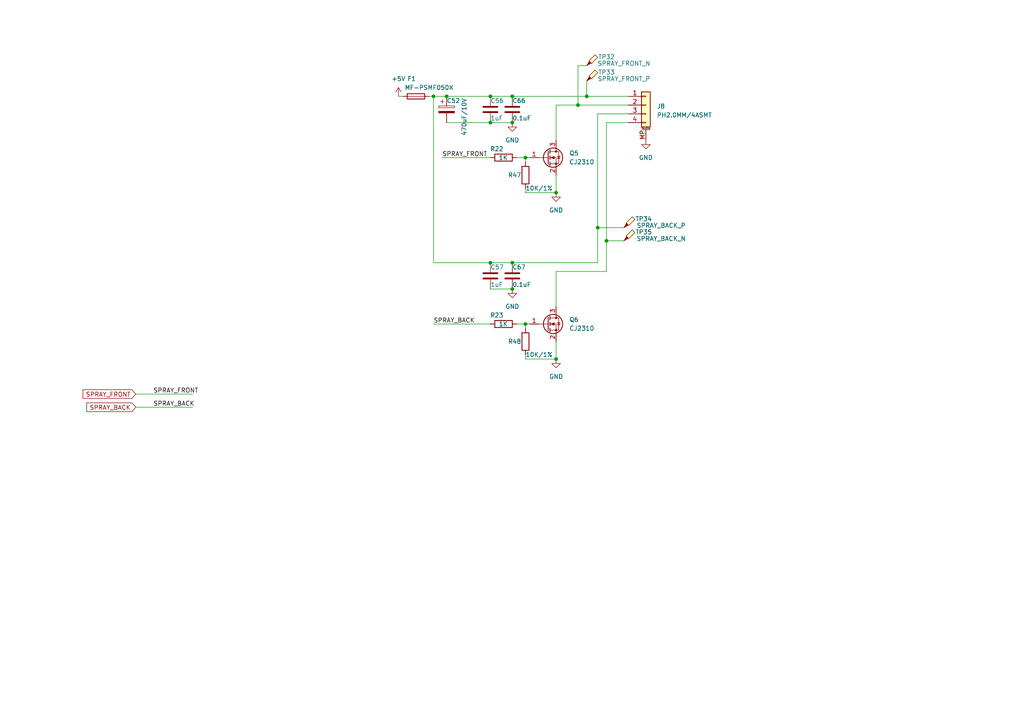
<source format=kicad_sch>
(kicad_sch (version 20230121) (generator eeschema)
  (paper "A4")
  (lib_symbols
    (symbol "Connector:TestPoint_Probe" (pin_numbers hide) (pin_names (offset 0.762) hide)
      (property "Reference" "TP" (at 1.651 5.842 0))
      (property "Value" "TestPoint_Probe" (at 1.651 4.064 0))
      (symbol "TestPoint_Probe_0_1"
        (polyline (pts (xy 1.27 0.762) (xy 0 0) (xy 0.762 1.27) (xy 1.27 0.762)) (fill (type outline)))
        (polyline (pts (xy 1.397 0.635) (xy 0.635 1.397) (xy 2.413 3.175) (xy 3.175 2.413) (xy 1.397 0.635)) (fill (type background)))
      )
      (symbol "TestPoint_Probe_1_1"
        (pin passive line (at 0 0 90) (length 0) (name "1") (number "1"))
      )
    )
    (symbol "Connector_Generic_MountingPin:Conn_01x04_MountingPin" (pin_names (offset 1.016) hide)
      (property "Reference" "J" (at 0 5.08 0))
      (property "Value" "Conn_01x04_MountingPin" (at 1.27 -7.62 0))
      (symbol "Conn_01x04_MountingPin_1_1"
        (rectangle (start -1.27 -4.953) (end 0 -5.207) (stroke (width 0.1524)))
        (rectangle (start -1.27 -2.413) (end 0 -2.667) (stroke (width 0.1524)))
        (rectangle (start -1.27 0.127) (end 0 -0.127) (stroke (width 0.1524)))
        (rectangle (start -1.27 2.667) (end 0 2.413) (stroke (width 0.1524)))
        (rectangle (start -1.27 3.81) (end 1.27 -6.35) (stroke (width 0.254)) (fill (type background)))
        (polyline (pts (xy -1.016 -7.112) (xy 1.016 -7.112)) (stroke (width 0.1524)))
        (text "Mounting" (at 0 -6.731 0) (effects (font (size 0.381 0.381))))
        (pin passive line (at -5.08 2.54 0) (length 3.81) (name "Pin_1") (number "1"))
        (pin passive line (at -5.08 0 0) (length 3.81) (name "Pin_2") (number "2"))
        (pin passive line (at -5.08 -2.54 0) (length 3.81) (name "Pin_3") (number "3"))
        (pin passive line (at -5.08 -5.08 0) (length 3.81) (name "Pin_4") (number "4"))
        (pin passive line (at 0 -10.16 90) (length 3.048) (name "MountPin") (number "MP"))
      )
    )
    (symbol "Device:C" (pin_numbers hide) (pin_names (offset 0.254))
      (property "Reference" "C" (at 0.635 2.54 0))
      (property "Value" "C" (at 0.635 -2.54 0))
      (symbol "C_0_1"
        (polyline (pts (xy -2.032 -0.762) (xy 2.032 -0.762)) (stroke (width 0.508)))
        (polyline (pts (xy -2.032 0.762) (xy 2.032 0.762)) (stroke (width 0.508)))
      )
      (symbol "C_1_1"
        (pin passive line (at 0 3.81 270) (length 2.794) (name "~") (number "1"))
        (pin passive line (at 0 -3.81 90) (length 2.794) (name "~") (number "2"))
      )
    )
    (symbol "Device:C_Polarized" (pin_numbers hide) (pin_names (offset 0.254))
      (property "Reference" "C" (at 0.635 2.54 0))
      (property "Value" "C_Polarized" (at 0.635 -2.54 0))
      (symbol "C_Polarized_0_1"
        (rectangle (start -2.286 0.508) (end 2.286 1.016))
        (polyline (pts (xy -1.778 2.286) (xy -0.762 2.286)))
        (polyline (pts (xy -1.27 2.794) (xy -1.27 1.778)))
        (rectangle (start 2.286 -0.508) (end -2.286 -1.016) (fill (type outline)))
      )
      (symbol "C_Polarized_1_1"
        (pin passive line (at 0 3.81 270) (length 2.794) (name "~") (number "1"))
        (pin passive line (at 0 -3.81 90) (length 2.794) (name "~") (number "2"))
      )
    )
    (symbol "Device:Fuse" (pin_numbers hide) (pin_names (offset 0))
      (property "Reference" "F" (at 2.032 0 90))
      (property "Value" "Fuse" (at -1.905 0 90))
      (symbol "Fuse_0_1"
        (rectangle (start -0.762 -2.54) (end 0.762 2.54) (stroke (width 0.254)))
        (polyline (pts (xy 0 2.54) (xy 0 -2.54)))
      )
      (symbol "Fuse_1_1"
        (pin passive line (at 0 3.81 270) (length 1.27) (name "~") (number "1"))
        (pin passive line (at 0 -3.81 90) (length 1.27) (name "~") (number "2"))
      )
    )
    (symbol "Device:Q_NMOS_GSD" (pin_names (offset 0) hide)
      (property "Reference" "Q" (at 5.08 1.27 0))
      (property "Value" "Q_NMOS_GSD" (at 5.08 -1.27 0))
      (symbol "Q_NMOS_GSD_0_1"
        (polyline (pts (xy 0.254 0) (xy -2.54 0)))
        (polyline (pts (xy 0.254 1.905) (xy 0.254 -1.905)) (stroke (width 0.254)))
        (polyline (pts (xy 0.762 -1.27) (xy 0.762 -2.286)) (stroke (width 0.254)))
        (polyline (pts (xy 0.762 0.508) (xy 0.762 -0.508)) (stroke (width 0.254)))
        (polyline (pts (xy 0.762 2.286) (xy 0.762 1.27)) (stroke (width 0.254)))
        (polyline (pts (xy 2.54 2.54) (xy 2.54 1.778)))
        (polyline (pts (xy 2.54 -2.54) (xy 2.54 0) (xy 0.762 0)))
        (polyline (pts (xy 0.762 -1.778) (xy 3.302 -1.778) (xy 3.302 1.778) (xy 0.762 1.778)))
        (polyline (pts (xy 1.016 0) (xy 2.032 0.381) (xy 2.032 -0.381) (xy 1.016 0)) (fill (type outline)))
        (polyline (pts (xy 2.794 0.508) (xy 2.921 0.381) (xy 3.683 0.381) (xy 3.81 0.254)))
        (polyline (pts (xy 3.302 0.381) (xy 2.921 -0.254) (xy 3.683 -0.254) (xy 3.302 0.381)))
        (circle (center 1.651 0) (radius 2.794) (stroke (width 0.254)))
        (circle (center 2.54 -1.778) (radius 0.254) (fill (type outline)))
        (circle (center 2.54 1.778) (radius 0.254) (fill (type outline)))
      )
      (symbol "Q_NMOS_GSD_1_1"
        (pin input line (at -5.08 0 0) (length 2.54) (name "G") (number "1"))
        (pin passive line (at 2.54 -5.08 90) (length 2.54) (name "S") (number "2"))
        (pin passive line (at 2.54 5.08 270) (length 2.54) (name "D") (number "3"))
      )
    )
    (symbol "Device:R" (pin_numbers hide) (pin_names (offset 0))
      (property "Reference" "R" (at 2.032 0 90))
      (property "Value" "R" (at 0 0 90))
      (symbol "R_0_1"
        (rectangle (start -1.016 -2.54) (end 1.016 2.54) (stroke (width 0.254)))
      )
      (symbol "R_1_1"
        (pin passive line (at 0 3.81 270) (length 1.27) (name "~") (number "1"))
        (pin passive line (at 0 -3.81 90) (length 1.27) (name "~") (number "2"))
      )
    )
    (symbol "power:+5V" (power) (pin_names (offset 0))
      (property "Value" "+5V" (at 0 3.556 0))
      (symbol "+5V_0_1"
        (polyline (pts (xy -0.762 1.27) (xy 0 2.54)))
        (polyline (pts (xy 0 0) (xy 0 2.54)))
        (polyline (pts (xy 0 2.54) (xy 0.762 1.27)))
      )
      (symbol "+5V_1_1"
        (pin power_in line (at 0 0 90) (length 0) hide (name "+5V") (number "1"))
      )
    )
    (symbol "power:GND" (power) (pin_names (offset 0))
      (property "Value" "GND" (at 0 -3.81 0))
      (symbol "GND_0_1"
        (polyline (pts (xy 0 0) (xy 0 -1.27) (xy 1.27 -1.27) (xy 0 -2.54) (xy -1.27 -1.27) (xy 0 -1.27)))
      )
      (symbol "GND_1_1"
        (pin power_in line (at 0 0 270) (length 0) hide (name "GND") (number "1"))
      )
    )
  )
  (junction (at 148.59 27.94))
  (junction (at 148.59 35.56))
  (junction (at 167.64 30.48))
  (junction (at 148.59 83.82))
  (junction (at 142.24 35.56))
  (junction (at 173.355 66.04))
  (junction (at 152.4 45.72))
  (junction (at 161.29 104.14))
  (junction (at 125.73 27.94))
  (junction (at 161.29 55.88))
  (junction (at 152.4 93.98))
  (junction (at 142.24 27.94))
  (junction (at 148.59 76.2))
  (junction (at 175.895 69.85))
  (junction (at 170.18 27.94))
  (junction (at 142.24 76.2))
  (junction (at 129.54 27.94))
  (wire (pts (xy 161.29 30.48) (xy 167.64 30.48)))
  (wire (pts (xy 129.54 27.94) (xy 142.24 27.94)))
  (wire (pts (xy 175.895 35.56) (xy 182.245 35.56)))
  (wire (pts (xy 161.29 30.48) (xy 161.29 40.64)))
  (wire (pts (xy 175.895 69.85) (xy 180.975 69.85)))
  (wire (pts (xy 124.46 27.94) (xy 125.73 27.94)))
  (wire (pts (xy 149.86 93.98) (xy 152.4 93.98)))
  (wire (pts (xy 152.4 45.72) (xy 152.4 46.99)))
  (wire (pts (xy 152.4 93.98) (xy 153.67 93.98)))
  (wire (pts (xy 142.24 83.82) (xy 148.59 83.82)))
  (wire (pts (xy 115.57 27.94) (xy 116.84 27.94)))
  (wire (pts (xy 129.54 35.56) (xy 142.24 35.56)))
  (wire (pts (xy 149.86 45.72) (xy 152.4 45.72)))
  (wire (pts (xy 39.37 114.3) (xy 55.88 114.3)))
  (wire (pts (xy 142.24 27.94) (xy 148.59 27.94)))
  (wire (pts (xy 167.64 30.48) (xy 182.245 30.48)))
  (wire (pts (xy 152.4 104.14) (xy 152.4 102.87)))
  (wire (pts (xy 152.4 55.88) (xy 152.4 54.61)))
  (wire (pts (xy 175.895 78.74) (xy 175.895 69.85)))
  (wire (pts (xy 173.355 66.04) (xy 173.355 76.2)))
  (wire (pts (xy 167.64 19.05) (xy 167.64 30.48)))
  (wire (pts (xy 128.27 45.72) (xy 142.24 45.72)))
  (wire (pts (xy 142.24 76.2) (xy 148.59 76.2)))
  (wire (pts (xy 170.18 19.05) (xy 167.64 19.05)))
  (wire (pts (xy 142.24 35.56) (xy 148.59 35.56)))
  (wire (pts (xy 170.18 23.495) (xy 170.18 27.94)))
  (wire (pts (xy 125.73 76.2) (xy 142.24 76.2)))
  (wire (pts (xy 180.975 66.04) (xy 173.355 66.04)))
  (wire (pts (xy 125.73 27.94) (xy 129.54 27.94)))
  (wire (pts (xy 170.18 27.94) (xy 182.245 27.94)))
  (wire (pts (xy 161.29 104.14) (xy 152.4 104.14)))
  (wire (pts (xy 173.355 33.02) (xy 173.355 66.04)))
  (wire (pts (xy 161.29 78.74) (xy 175.895 78.74)))
  (wire (pts (xy 161.29 55.88) (xy 152.4 55.88)))
  (wire (pts (xy 125.73 27.94) (xy 125.73 76.2)))
  (wire (pts (xy 161.29 104.14) (xy 161.29 99.06)))
  (wire (pts (xy 175.895 69.85) (xy 175.895 35.56)))
  (wire (pts (xy 39.37 118.11) (xy 55.88 118.11)))
  (wire (pts (xy 173.355 33.02) (xy 182.245 33.02)))
  (wire (pts (xy 148.59 27.94) (xy 170.18 27.94)))
  (wire (pts (xy 161.29 78.74) (xy 161.29 88.9)))
  (wire (pts (xy 148.59 76.2) (xy 173.355 76.2)))
  (wire (pts (xy 125.73 93.98) (xy 142.24 93.98)))
  (wire (pts (xy 152.4 93.98) (xy 152.4 95.25)))
  (wire (pts (xy 152.4 45.72) (xy 153.67 45.72)))
  (wire (pts (xy 161.29 55.88) (xy 161.29 50.8)))
  (label "SPRAY_FRONT" (at 44.45 114.3 0))
  (label "SPRAY_BACK" (at 44.45 118.11 0))
  (label "SPRAY_BACK" (at 125.73 93.98 0))
  (label "SPRAY_FRONT" (at 128.27 45.72 0))
  (global_label "SPRAY_BACK" (shape input) (at 39.37 118.11 180) (property "Intersheetrefs" "${INTERSHEET_REFS}" (effects hide)))
  (global_label "SPRAY_FRONT" (shape input) (at 39.37 114.3 180) (property "Intersheetrefs" "${INTERSHEET_REFS}" (effects hide)))
  (symbol (lib_id "Device:Fuse") (at 120.65 27.94 90) (unit 1)
    (property "Reference" "F1" (at 119.38 22.86 90))
    (property "Value" "MF-PSMF050X" (at 124.46 25.4 90))
    (property "Footprint" "Fuse:Fuse_0805_2012Metric" (effects hide))
  )
  (symbol (lib_id "Connector:TestPoint_Probe") (at 170.18 19.05 0) (unit 1)
    (property "Reference" "TP32" (at 175.895 16.51 0))
    (property "Value" "SPRAY_FRONT_N" (at 180.975 18.415 0))
    (property "Footprint" "TestPoint:TestPoint_Pad_D1.0mm" (effects hide))
  )
  (symbol (lib_id "power:+5V") (at 115.57 27.94 0) (unit 1)
    (property "Reference" "#PWR0187" (effects hide))
    (property "Value" "+5V" (at 115.57 22.86 0))
  )
  (symbol (lib_id "power:GND") (at 187.325 40.64 0) (unit 1)
    (property "Reference" "#PWR0181" (effects hide))
    (property "Value" "GND" (at 187.325 45.72 0))
  )
  (symbol (lib_id "Device:Q_NMOS_GSD") (at 158.75 93.98 0) (unit 1)
    (property "Reference" "Q6" (at 165.1 92.7099 0) (effects (justify left)))
    (property "Value" "CJ2310" (at 165.1 95.2499 0) (effects (justify left)))
    (property "Footprint" "Package_TO_SOT_SMD:SOT-23" (effects hide))
  )
  (symbol (lib_id "Device:R") (at 152.4 50.8 0) (unit 1)
    (property "Reference" "R47" (at 147.32 50.8 0) (effects (justify left)))
    (property "Value" "10K/1%" (at 152.4 54.61 0) (effects (justify left)))
    (property "Footprint" "Resistor_SMD:R_0603_1608Metric" (effects hide))
  )
  (symbol (lib_id "Device:C_Polarized") (at 129.54 31.75 0) (unit 1)
    (property "Reference" "C52" (at 129.54 29.21 0) (effects (justify left)))
    (property "Value" "470uF/10V" (at 134.62 39.37 90) (effects (justify left)))
    (property "Footprint" "Capacitor_SMD:CP_Elec_6.3x7.7" (effects hide))
  )
  (symbol (lib_id "Device:C") (at 142.24 80.01 0) (unit 1)
    (property "Reference" "C57" (at 142.24 77.47 0) (effects (justify left)))
    (property "Value" "1uF" (at 142.24 82.55 0) (effects (justify left)))
    (property "Footprint" "Capacitor_SMD:C_0603_1608Metric" (effects hide))
  )
  (symbol (lib_id "Device:R") (at 146.05 93.98 90) (unit 1)
    (property "Reference" "R23" (at 146.05 91.44 90) (effects (justify left)))
    (property "Value" "1K" (at 147.32 93.98 90) (effects (justify left)))
    (property "Footprint" "Resistor_SMD:R_0603_1608Metric" (effects hide))
  )
  (symbol (lib_id "Connector_Generic_MountingPin:Conn_01x04_MountingPin") (at 187.325 30.48 0) (unit 1)
    (property "Reference" "J8" (at 190.5 30.8355 0) (effects (justify left)))
    (property "Value" "PH2.0MM/4ASMT" (at 190.5 33.3755 0) (effects (justify left)))
    (property "Footprint" "Connector_JST:JST_PH_B4B-PH-SM4-TB_1x04-1MP_P2.00mm_Vertical" (effects hide))
  )
  (symbol (lib_id "Device:C") (at 148.59 80.01 0) (unit 1)
    (property "Reference" "C67" (at 148.59 77.47 0) (effects (justify left)))
    (property "Value" "0.1uF" (at 148.59 82.55 0) (effects (justify left)))
    (property "Footprint" "Capacitor_SMD:C_0603_1608Metric" (effects hide))
  )
  (symbol (lib_id "Device:Q_NMOS_GSD") (at 158.75 45.72 0) (unit 1)
    (property "Reference" "Q5" (at 165.1 44.4499 0) (effects (justify left)))
    (property "Value" "CJ2310" (at 165.1 46.9899 0) (effects (justify left)))
    (property "Footprint" "Package_TO_SOT_SMD:SOT-23" (effects hide))
  )
  (symbol (lib_id "Connector:TestPoint_Probe") (at 180.975 66.04 0) (unit 1)
    (property "Reference" "TP34" (at 186.69 63.5 0))
    (property "Value" "SPRAY_BACK_P" (at 191.77 65.405 0))
    (property "Footprint" "TestPoint:TestPoint_Pad_D1.0mm" (effects hide))
  )
  (symbol (lib_id "power:GND") (at 161.29 55.88 0) (unit 1)
    (property "Reference" "#PWR0188" (effects hide))
    (property "Value" "GND" (at 161.29 60.96 0))
  )
  (symbol (lib_id "Device:R") (at 146.05 45.72 90) (unit 1)
    (property "Reference" "R22" (at 146.05 43.18 90) (effects (justify left)))
    (property "Value" "1K" (at 147.32 45.72 90) (effects (justify left)))
    (property "Footprint" "Resistor_SMD:R_0603_1608Metric" (effects hide))
  )
  (symbol (lib_id "Device:C") (at 148.59 31.75 0) (unit 1)
    (property "Reference" "C66" (at 148.59 29.21 0) (effects (justify left)))
    (property "Value" "0.1uF" (at 148.59 34.29 0) (effects (justify left)))
    (property "Footprint" "Capacitor_SMD:C_0603_1608Metric" (effects hide))
  )
  (symbol (lib_id "Device:C") (at 142.24 31.75 0) (unit 1)
    (property "Reference" "C56" (at 142.24 29.21 0) (effects (justify left)))
    (property "Value" "1uF" (at 142.24 34.29 0) (effects (justify left)))
    (property "Footprint" "Capacitor_SMD:C_0603_1608Metric" (effects hide))
  )
  (symbol (lib_id "power:GND") (at 148.59 83.82 0) (unit 1)
    (property "Reference" "#PWR0190" (effects hide))
    (property "Value" "GND" (at 148.59 88.9 0))
  )
  (symbol (lib_id "Connector:TestPoint_Probe") (at 180.975 69.85 0) (unit 1)
    (property "Reference" "TP35" (at 186.69 67.31 0))
    (property "Value" "SPRAY_BACK_N" (at 191.77 69.215 0))
    (property "Footprint" "TestPoint:TestPoint_Pad_D1.0mm" (effects hide))
  )
  (symbol (lib_id "power:GND") (at 148.59 35.56 0) (unit 1)
    (property "Reference" "#PWR0186" (effects hide))
    (property "Value" "GND" (at 148.59 40.64 0))
  )
  (symbol (lib_id "Connector:TestPoint_Probe") (at 170.18 23.495 0) (unit 1)
    (property "Reference" "TP33" (at 175.895 20.955 0))
    (property "Value" "SPRAY_FRONT_P" (at 180.975 22.86 0))
    (property "Footprint" "TestPoint:TestPoint_Pad_D1.0mm" (effects hide))
  )
  (symbol (lib_id "Device:R") (at 152.4 99.06 0) (unit 1)
    (property "Reference" "R48" (at 147.32 99.06 0) (effects (justify left)))
    (property "Value" "10K/1%" (at 152.4 102.87 0) (effects (justify left)))
    (property "Footprint" "Resistor_SMD:R_0603_1608Metric" (effects hide))
  )
  (symbol (lib_id "power:GND") (at 161.29 104.14 0) (unit 1)
    (property "Reference" "#PWR0189" (effects hide))
    (property "Value" "GND" (at 161.29 109.22 0))
  )
)
</source>
